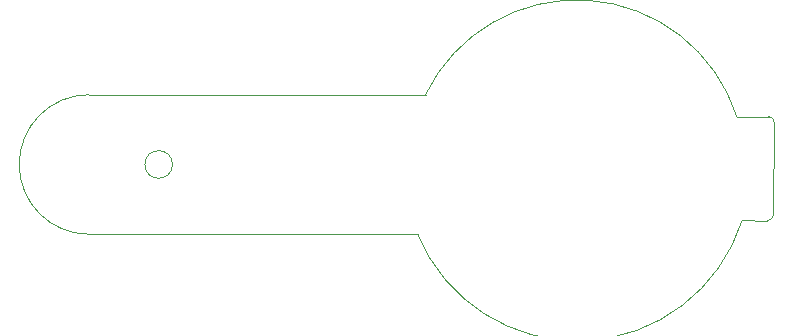
<source format=gm1>
%TF.GenerationSoftware,KiCad,Pcbnew,9.0.2*%
%TF.CreationDate,2025-05-15T01:06:17-04:00*%
%TF.ProjectId,Udemy_Project_1,5564656d-795f-4507-926f-6a6563745f31,1*%
%TF.SameCoordinates,Original*%
%TF.FileFunction,Profile,NP*%
%FSLAX46Y46*%
G04 Gerber Fmt 4.6, Leading zero omitted, Abs format (unit mm)*
G04 Created by KiCad (PCBNEW 9.0.2) date 2025-05-15 01:06:17*
%MOMM*%
%LPD*%
G01*
G04 APERTURE LIST*
%TA.AperFunction,Profile*%
%ADD10C,0.050000*%
%TD*%
G04 APERTURE END LIST*
D10*
X119466190Y-134900000D02*
G75*
G02*
X117133810Y-134900000I-1166190J0D01*
G01*
X117133810Y-134900000D02*
G75*
G02*
X119466190Y-134900000I1166190J0D01*
G01*
X140893497Y-128993675D02*
G75*
G02*
X167250000Y-130850000I12806503J-6206325D01*
G01*
X169950000Y-130847231D02*
X167250000Y-130850000D01*
X169850000Y-139648206D02*
X167700001Y-139645691D01*
X112400000Y-128993439D02*
X140900000Y-128996826D01*
X170348206Y-139150000D02*
G75*
G02*
X169850000Y-139648206I-498206J0D01*
G01*
X170402769Y-131300000D02*
X170348206Y-139150000D01*
X112400000Y-140806561D02*
G75*
G02*
X112400000Y-128993439I0J5906561D01*
G01*
X112400000Y-140806561D02*
X140228437Y-140815516D01*
X167700001Y-139645691D02*
G75*
G02*
X140228437Y-140815516I-13950001J4445691D01*
G01*
X169950000Y-130847231D02*
G75*
G02*
X170402769Y-131300000I0J-452769D01*
G01*
M02*

</source>
